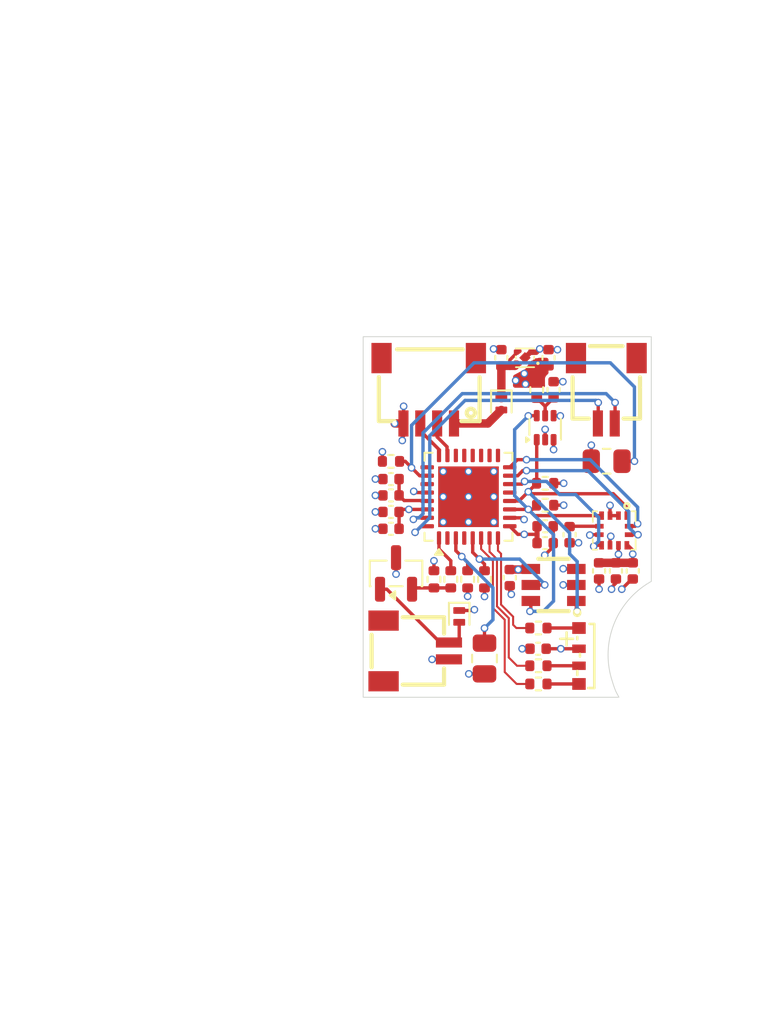
<source format=kicad_pcb>
(kicad_pcb (version 20241229) (generator "pcbnew") (generator_version "9.0")
  (layers (0 "F.Cu" signal) (4 "In1.Cu" signal) (6 "In2.Cu" signal) (2 "B.Cu" signal) (13 "F.Paste" user) (15 "B.Paste" user) (5 "F.SilkS" user "F.Silkscreen") (7 "B.SilkS" user "B.Silkscreen") (1 "F.Mask" user) (3 "B.Mask" user) (25 "Edge.Cuts" user))
  (net 0 "")
  (net 1 "Net-(U1-VDDCORE)")
  (net 2 "GND")
  (net 3 "+3V3")
  (net 4 "VBUS")
  (net 5 "Net-(U3-V+)")
  (net 6 "Net-(U5-C1)")
  (net 7 "/USB_D+")
  (net 8 "/USB_D-")
  (net 9 "Net-(LED1-G-)")
  (net 10 "Net-(LED1-R-)")
  (net 11 "Net-(LED1-B-)")
  (net 12 "Net-(D1-A)")
  (net 13 "/RESET")
  (net 14 "/LED_R")
  (net 15 "/LED_G")
  (net 16 "/LED_B")
  (net 17 "/VIB_SENS")
  (net 18 "/MAG_INT")
  (net 19 "/VIB_MOT")
  (net 26 "/SDA")
  (net 27 "/SWDIO")
  (net 28 "/SCL")
  (net 30 "/SWCLK")
  (net 33 "/IMU_INT2")
  (net 34 "/IMU_INT1")
  (net 35 "/IMU_INT_MAG")
  (net 38 "Net-(D2-A)")
  (net 39 "Net-(Q1-G)")
  (footprint "Resistor_SMD:R_0402_1005Metric" (layer "F.Cu") (at 145.45 60.4)
    (property "Reference" "R1" (hide yes))
    (property "Value" "10K")
  )
  (footprint "easyeda2kicad:X2SON-4_L1.0-W1.0-P0.65-TL-EP" (layer "F.Cu") (at 153.4 54.25 180)
    (property "Reference" "U2" (hide yes))
    (property "Value" "TLV75533PDQNR")
  )
  (footprint "Capacitor_SMD:C_0402_1005Metric" (layer "F.Cu") (at 154.6 64.249999)
    (property "Reference" "C6" (hide yes))
    (property "Value" "100nF")
  )
  (footprint "Resistor_SMD:R_0402_1005Metric" (layer "F.Cu") (at 154.6 61.7 180)
    (property "Reference" "R13" (hide yes))
    (property "Value" "5K")
  )
  (footprint "Capacitor_SMD:C_0402_1005Metric" (layer "F.Cu") (at 152 54.25 90)
    (property "Reference" "C7" (hide yes))
    (property "Value" "1uF")
  )
  (footprint "Capacitor_SMD:C_0402_1005Metric" (layer "F.Cu") (at 157.8 66.9 -90)
    (property "Reference" "C15" (hide yes))
    (property "Value" "10uF")
  )
  (footprint "Diode_SMD:D_SOD-882" (layer "F.Cu") (at 152 57 -90)
    (property "Reference" "D2" (hide yes))
    (property "Value" "BAT54L-TP")
  )
  (footprint "Capacitor_SMD:C_0402_1005Metric" (layer "F.Cu") (at 156.05 64.75 -90)
    (property "Reference" "C12" (hide yes))
    (property "Value" "220nF")
  )
  (footprint "Package_TO_SOT_SMD:SOT-563" (layer "F.Cu") (at 154.6 58.4 90)
    (property "Reference" "U3" (hide yes))
    (property "Value" "TMP112xxDRL")
  )
  (footprint "Package_TO_SOT_SMD:SOT-23" (layer "F.Cu") (at 145.75 67.05 90)
    (property "Reference" "Q1" (hide yes))
    (property "Value" "NMOS")
  )
  (footprint "easyeda2kicad:CONN-SMD_2P-P1.00_SM02B-SRSS-TB-LF-SN" (layer "F.Cu") (at 158.23 56.21 180)
    (property "Reference" "J2" (hide yes))
    (property "Value" "Conn_01x02_Socket")
  )
  (footprint "Package_DFN_QFN:QFN-32-1EP_5x5mm_P0.5mm_EP3.6x3.6mm" (layer "F.Cu") (at 150.05 62.5 90)
    (property "Reference" "U1" (hide yes))
    (property "Value" "ATSAMD21E18A-M")
  )
  (footprint "easyeda2kicad:CONN-SMD_2P-P1.00_SM02B-SRSS-TB-LF-SN" (layer "F.Cu") (at 146.95 71.65 -90)
    (property "Reference" "M1" (hide yes))
    (property "Value" "Vibration Motor")
  )
  (footprint "Capacitor_SMD:C_0402_1005Metric" (layer "F.Cu") (at 145.45 61.45 180)
    (property "Reference" "C2" (hide yes))
    (property "Value" "1uF")
  )
  (footprint "Capacitor_SMD:C_0402_1005Metric" (layer "F.Cu") (at 154.8 54.25 90)
    (property "Reference" "C8" (hide yes))
    (property "Value" "1uF")
  )
  (footprint "Capacitor_SMD:C_0402_1005Metric" (layer "F.Cu") (at 158.800001 66.9 -90)
    (property "Reference" "C14" (hide yes))
    (property "Value" "100nF")
  )
  (footprint "Resistor_SMD:R_0402_1005Metric" (layer "F.Cu") (at 150 67.4 90)
    (property "Reference" "R5" (hide yes))
    (property "Value" "10K")
  )
  (footprint "Resistor_SMD:R_0402_1005Metric" (layer "F.Cu") (at 148 67.4 90)
    (property "Reference" "R14" (hide yes))
    (property "Value" "5K")
  )
  (footprint "Capacitor_SMD:C_0402_1005Metric" (layer "F.Cu") (at 155.1 56.15 90)
    (property "Reference" "C10" (hide yes))
    (property "Value" "100nF")
  )
  (footprint "easyeda2kicad:SOT-23-6_L2.9-W1.6-P0.95-LS2.8-BR" (layer "F.Cu") (at 155.1 67.735)
    (property "Reference" "U4" (hide yes))
    (property "Value" "TMAG5273A1QDBVR")
  )
  (footprint "easyeda2kicad:CONN-SMD_4P-P1.00_SM04B-SRSS-TB-LF-SN" (layer "F.Cu") (at 147.69 56.21 180)
    (property "Reference" "J1" (hide yes))
    (property "Value" "USB")
  )
  (footprint "Resistor_SMD:R_0402_1005Metric" (layer "F.Cu") (at 151 67.4 90)
    (property "Reference" "R9" (hide yes))
    (property "Value" "5K")
  )
  (footprint "Capacitor_SMD:C_0402_1005Metric" (layer "F.Cu") (at 145.45 64.4 180)
    (property "Reference" "C3" (hide yes))
    (property "Value" "1uF")
  )
  (footprint "Capacitor_SMD:C_0402_1005Metric" (layer "F.Cu") (at 159.800001 66.9 -90)
    (property "Reference" "C13" (hide yes))
    (property "Value" "100nF")
  )
  (footprint "Resistor_SMD:R_0402_1005Metric" (layer "F.Cu") (at 154.1 56.15 -90)
    (property "Reference" "R6" (hide yes))
    (property "Value" "5K")
  )
  (footprint "easyeda2kicad:LED-SMD_4P-L3.8-W1.0_XL-3806RGBC-4L" (layer "F.Cu") (at 156.6075 71.95 90)
    (property "Reference" "LED1" (hide yes))
    (property "Value" "XL-3806RGBC-4L")
  )
  (footprint "Capacitor_SMD:C_0402_1005Metric" (layer "F.Cu") (at 152.5 67.3 -90)
    (property "Reference" "C11" (hide yes))
    (property "Value" "100nF")
  )
  (footprint "Resistor_SMD:R_0805_2012Metric" (layer "F.Cu") (at 158.25 60.39)
    (property "Reference" "SW1" (hide yes))
    (property "Value" "SW_Push")
  )
  (footprint "Resistor_SMD:R_0402_1005Metric" (layer "F.Cu") (at 154.2 70.29 180)
    (property "Reference" "R2" (hide yes))
    (property "Value" "470")
  )
  (footprint "Resistor_SMD:R_0805_2012Metric" (layer "F.Cu") (at 151 72.1 90)
    (property "Reference" "SW2" (hide yes))
    (property "Value" "Vibration Sensor (NO switch)")
  )
  (footprint "easyeda2kicad:LGA-12_L2.0-W2.0-P0.50-BL" (layer "F.Cu") (at 158.7 64.5 180)
    (property "Reference" "U5" (hide yes))
    (property "Value" "LSM303AGRTR")
  )
  (footprint "Capacitor_SMD:C_0402_1005Metric" (layer "F.Cu") (at 145.45 62.419848 180)
    (property "Reference" "C1" (hide yes))
    (property "Value" "100nF")
  )
  (footprint "Capacitor_SMD:C_0402_1005Metric" (layer "F.Cu") (at 154.6 65.25)
    (property "Reference" "C4" (hide yes))
    (property "Value" "1uF")
  )
  (footprint "Capacitor_SMD:C_0402_1005Metric" (layer "F.Cu") (at 145.45 63.4 180)
    (property "Reference" "C5" (hide yes))
    (property "Value" "100nF")
  )
  (footprint "Capacitor_SMD:C_0402_1005Metric" (layer "F.Cu") (at 154.18 71.52 180)
    (property "Reference" "C9" (hide yes))
    (property "Value" "1uF")
  )
  (footprint "Resistor_SMD:R_0402_1005Metric" (layer "F.Cu") (at 149 67.4 -90)
    (property "Reference" "R7" (hide yes))
    (property "Value" "220")
  )
  (footprint "Resistor_SMD:R_0402_1005Metric" (layer "F.Cu") (at 154.2 73.61 180)
    (property "Reference" "R4" (hide yes))
    (property "Value" "470")
  )
  (footprint "Resistor_SMD:R_0402_1005Metric" (layer "F.Cu") (at 154.2 72.53 180)
    (property "Reference" "R3" (hide yes))
    (property "Value" "470")
  )
  (footprint "Diode_SMD:D_SOD-882" (layer "F.Cu") (at 149.5 69.6 -90)
    (property "Reference" "D1" (hide yes))
    (property "Value" "BAT54L-TP")
  )
  (footprint "Resistor_SMD:R_0402_1005Metric" (layer "F.Cu") (at 154.6 63 180)
    (property "Reference" "R12" (hide yes))
    (property "Value" "5K")
  )
  (gr_poly (pts (xy 160.9 67.523269) (xy 160.805777 67.576006) (xy 160.635209 67.680647) (xy 160.468964 67.792029) (xy 160.307309 67.909974) (xy 160.150502 68.034291) (xy 159.998795 68.164783) (xy 159.85243 68.30124) (xy 159.711641 68.443444) (xy 159.576655 68.591167) (xy 159.447688 68.744172) (xy 159.324945 68.902215) (xy 159.208624 69.065042) (xy 159.098911 69.232393) (xy 158.995981 69.403999) (xy 158.9 69.579586) (xy 158.81112 69.758873) (xy 158.729485 69.941572) (xy 158.655225 70.127391) (xy 158.588459 70.316032) (xy 158.529294 70.507194) (xy 158.477825 70.70057) (xy 158.434133 70.89585) (xy 158.39829 71.092722) (xy 158.370352 71.29087) (xy 158.350365 71.489977) (xy 158.338359 71.689725) (xy 158.334356 71.889793) (xy 158.338359 72.089861) (xy 158.350365 72.289609) (xy 158.370352 72.488716) (xy 158.39829 72.686864) (xy 158.434133 72.883736) (xy 158.477825 73.079016) (xy 158.529294 73.272392) (xy 158.59 73.463554) (xy 158.65 73.66) (xy 158.72 73.86) (xy 158.8 74.06) (xy 158.98 74.4) (xy 143.8 74.4) (xy 143.8 53) (xy 160.9 53)) (stroke (width 0.05)) (fill no) (layer "Edge.Cuts"))
  (segment (start 147.6 62.75) (end 147.574 62.724) (width 0.2) (layer "F.Cu") (net 1))
  (segment (start 145.93 62.419848) (end 145.93 61.45) (width 0.2) (layer "F.Cu") (net 1))
  (segment (start 146.234152 62.724) (end 145.93 62.419848) (width 0.2) (layer "F.Cu") (net 1))
  (segment (start 147.574 62.724) (end 146.234152 62.724) (width 0.2) (layer "F.Cu") (net 1))
  (segment (start 153.83 53.93) (end 154.075 53.93) (width 0.3) (layer "F.Cu") (net 2))
  (segment (start 152.5 67.78) (end 152.5 68.2) (width 0.2) (layer "F.Cu") (net 2))
  (segment (start 148 66.890001) (end 148 66.3) (width 0.2) (layer "F.Cu") (net 2))
  (segment (start 157.8 67.38) (end 157.8 67.89) (width 0.2) (layer "F.Cu") (net 2))
  (segment (start 157.275 64.75) (end 157.25 64.775) (width 0.2) (layer "F.Cu") (net 2))
  (segment (start 158.45 65.38) (end 158.45 64.88987) (width 0.2) (layer "F.Cu") (net 2))
  (segment (start 155.1 55.67) (end 155.65 55.67) (width 0.2) (layer "F.Cu") (net 2))
  (segment (start 155.08 64.249999) (end 155.08 65.25) (width 0.2) (layer "F.Cu") (net 2))
  (segment (start 155.675 67.735) (end 155.67 67.73) (width 0.2) (layer "F.Cu") (net 2))
  (segment (start 157.82 64.75) (end 157.275 64.75) (width 0.2) (layer "F.Cu") (net 2))
  (segment (start 156.45 67.735) (end 155.675 67.735) (width 0.2) (layer "F.Cu") (net 2))
  (segment (start 153.4 54.25) (end 153.72 53.93) (width 0.3) (layer "F.Cu") (net 2))
  (segment (start 154.8 53.77) (end 155.33 53.77) (width 0.2) (layer "F.Cu") (net 2))
  (segment (start 145.75 66.112499) (end 145.75 67.09) (width 0.2) (layer "F.Cu") (net 2))
  (segment (start 147.6 62.25) (end 146.87 62.25) (width 0.2) (layer "F.Cu") (net 2))
  (segment (start 151.583219 53.77) (end 151.538219 53.725) (width 0.2) (layer "F.Cu") (net 2))
  (segment (start 144.97 62.419848) (end 144.525152 62.419848) (width 0.2) (layer "F.Cu") (net 2))
  (segment (start 152 53.77) (end 151.583219 53.77) (width 0.2) (layer "F.Cu") (net 2))
  (segment (start 155.1 57.6875) (end 155.4875 57.6875) (width 0.2) (layer "F.Cu") (net 2))
  (segment (start 146.19 58.15) (end 145.67 58.15) (width 0.5) (layer "F.Cu") (net 2))
  (segment (start 152.5 63.75) (end 153.249546 63.75) (width 0.2) (layer "F.Cu") (net 2))
  (segment (start 154.075 53.93) (end 154.28 53.725) (width 0.3) (layer "F.Cu") (net 2))
  (segment (start 146.87 62.25) (end 146.8 62.18) (width 0.2) (layer "F.Cu") (net 2))
  (segment (start 155.08 65.25) (end 155.08 65.465) (width 0.2) (layer "F.Cu") (net 2))
  (segment (start 144.97 61.45) (end 144.525 61.45) (width 0.2) (layer "F.Cu") (net 2))
  (segment (start 153.72 53.93) (end 153.83 53.93) (width 0.3) (layer "F.Cu") (net 2))
  (segment (start 155.08 65.465) (end 154.575 65.97) (width 0.2) (layer "F.Cu") (net 2))
  (segment (start 146.2 58.885) (end 146.2 57.94) (width 0.2) (layer "F.Cu") (net 2))
  (segment (start 153.7 71.52) (end 153.235 71.52) (width 0.2) (layer "F.Cu") (net 2))
  (segment (start 157.3375 59.4425) (end 157.34 59.44) (width 0.2) (layer "F.Cu") (net 2))
  (segment (start 144.97 64.4) (end 144.525 64.4) (width 0.2) (layer "F.Cu") (net 2))
  (segment (start 144.97 63.4) (end 144.525 63.4) (width 0.2) (layer "F.Cu") (net 2))
  (segment (start 159.147624 67.985913) (end 159.147624 67.981218) (width 0.2) (layer "F.Cu") (net 2))
  (segment (start 151 73.0125) (end 150.0725 73.0125) (width 0.2) (layer "F.Cu") (net 2))
  (segment (start 146.12 59.16) (end 146.12 58.965) (width 0.2) (layer "F.Cu") (net 2))
  (segment (start 159.147624 67.981218) (end 159.748842 67.38) (width 0.2) (layer "F.Cu") (net 2))
  (segment (start 156.45 66.785) (end 155.685 66.785) (width 0.2) (layer "F.Cu") (net 2))
  (segment (start 146.12 58.965) (end 146.2 58.885) (width 0.2) (layer "F.Cu") (net 2))
  (segment (start 144.525152 62.419848) (end 144.525 62.42) (width 0.2) (layer "F.Cu") (net 2))
  (segment (start 154.6 59.112501) (end 154.6 58.5) (width 0.2) (layer "F.Cu") (net 2))
  (segment (start 153.249546 63.75) (end 153.349225 63.849679) (width 0.2) (layer "F.Cu") (net 2))
  (segment (start 156.05 65.23) (end 156.58 65.23) (width 0.2) (layer "F.Cu") (net 2))
  (segment (start 158.800001 67.619999) (end 158.56 67.86) (width 0.2) (layer "F.Cu") (net 2))
  (segment (start 150.0725 73.0125) (end 150.07 73.01) (width 0.2) (layer "F.Cu") (net 2))
  (segment (start 155.4875 57.6875) (end 155.5 57.7) (width 0.2) (layer "F.Cu") (net 2))
  (segment (start 155.1 59.1125) (end 155.1 59.7) (width 0.2) (layer "F.Cu") (net 2))
  (segment (start 159.748842 67.38) (end 159.800001 67.38) (width 0.2) (layer "F.Cu") (net 2))
  (segment (start 155.685 66.785) (end 155.67 66.77) (width 0.2) (layer "F.Cu") (net 2))
  (segment (start 146.2 57.94) (end 146.2 57.13) (width 0.2) (layer "F.Cu") (net 2))
  (segment (start 158.45 64.88987) (end 158.493369 64.846501) (width 0.2) (layer "F.Cu") (net 2))
  (segment (start 158.800001 67.38) (end 158.800001 67.619999) (width 0.2) (layer "F.Cu") (net 2))
  (segment (start 157.3375 60.39) (end 157.3375 59.4425) (width 0.2) (layer "F.Cu") (net 2))
  (segment (start 152.5 68.2) (end 152.59 68.29) (width 0.2) (layer "F.Cu") (net 2))
  (via (at 148.55 64) (size 0.45) (drill 0.3) (layers "F.Cu" "B.Cu") (net 2))
  (via (at 153.235 71.52) (size 0.45) (drill 0.3) (layers "F.Cu" "B.Cu") (net 2))
  (via (at 144.525 61.45) (size 0.45) (drill 0.3) (layers "F.Cu" "B.Cu") (net 2))
  (via (at 155.1 59.7) (size 0.45) (drill 0.3) (layers "F.Cu" "B.Cu") (net 2))
  (via (at 152.59 68.29) (size 0.45) (drill 0.3) (layers "F.Cu" "B.Cu") (net 2))
  (via (at 158.54 67.985913) (size 0.45) (drill 0.3) (layers "F.Cu" "B.Cu") (net 2))
  (via (at 155.65 55.67) (size 0.45) (drill 0.3) (layers "F.Cu" "B.Cu") (net 2))
  (via (at 154.6 58.5) (size 0.45) (drill 0.3) (layers "F.Cu" "B.Cu") (net 2))
  (via (at 146.8 62.18) (size 0.45) (drill 0.3) (layers "F.Cu" "B.Cu") (net 2))
  (via (at 146.12 59.16) (size 0.45) (drill 0.3) (layers "F.Cu" "B.Cu") (net 2))
  (via (at 148.55 61) (size 0.45) (drill 0.3) (layers "F.Cu" "B.Cu") (net 2))
  (via (at 151.538219 53.725) (size 0.45) (drill 0.3) (layers "F.Cu" "B.Cu") (net 2))
  (via (at 144.525 64.4) (size 0.45) (drill 0.3) (layers "F.Cu" "B.Cu") (net 2))
  (via (at 150.05 64) (size 0.45) (drill 0.3) (layers "F.Cu" "B.Cu") (net 2))
  (via (at 145.75 67.09) (size 0.45) (drill 0.3) (layers "F.Cu" "B.Cu") (net 2))
  (via (at 146.2 57.13) (size 0.45) (drill 0.3) (layers "F.Cu" "B.Cu") (net 2))
  (via (at 145.67 58.15) (size 0.45) (drill 0.3) (layers "F.Cu" "B.Cu") (net 2))
  (via (at 154.28 53.725) (size 0.45) (drill 0.3) (layers "F.Cu" "B.Cu") (net 2))
  (via (at 154.575 65.97) (size 0.45) (drill 0.3) (layers "F.Cu" "B.Cu") (net 2))
  (via (at 156.58 65.23) (size 0.45) (drill 0.3) (layers "F.Cu" "B.Cu") (net 2))
  (via (at 151.55 61) (size 0.45) (drill 0.3) (layers "F.Cu" "B.Cu") (net 2))
  (via (at 155.5 57.7) (size 0.45) (drill 0.3) (layers "F.Cu" "B.Cu") (net 2))
  (via (at 157.25 64.775) (size 0.45) (drill 0.3) (layers "F.Cu" "B.Cu") (net 2))
  (via (at 155.67 66.77) (size 0.45) (drill 0.3) (layers "F.Cu" "B.Cu") (net 2))
  (via (at 150.05 62.5) (size 0.45) (drill 0.3) (layers "F.Cu" "B.Cu") (net 2))
  (via (at 155.33 53.77) (size 0.45) (drill 0.3) (layers "F.Cu" "B.Cu") (net 2))
  (via (at 150.07 73.01) (size 0.45) (drill 0.3) (layers "F.Cu" "B.Cu") (net 2))
  (via (at 148.55 62.5) (size 0.45) (drill 0.3) (layers "F.Cu" "B.Cu") (net 2))
  (via (at 148 66.3) (size 0.45) (drill 0.3) (layers "F.Cu" "B.Cu") (net 2))
  (via (at 157.34 59.44) (size 0.45) (drill 0.3) (layers "F.Cu" "B.Cu") (net 2))
  (via (at 153.349225 63.849679) (size 0.45) (drill 0.3) (layers "F.Cu" "B.Cu") (net 2))
  (via (at 144.525 62.42) (size 0.45) (drill 0.3) (layers "F.Cu" "B.Cu") (net 2))
  (via (at 155.67 67.73) (size 0.45) (drill 0.3) (layers "F.Cu" "B.Cu") (net 2))
  (via (at 159.147624 67.985913) (size 0.45) (drill 0.3) (layers "F.Cu" "B.Cu") (net 2))
  (via (at 151.55 62.5) (size 0.45) (drill 0.3) (layers "F.Cu" "B.Cu") (net 2))
  (via (at 158.493369 64.846501) (size 0.45) (drill 0.3) (layers "F.Cu" "B.Cu") (net 2))
  (via (at 150.05 61) (size 0.45) (drill 0.3) (layers "F.Cu" "B.Cu") (net 2))
  (via (at 151.55 64) (size 0.45) (drill 0.3) (layers "F.Cu" "B.Cu") (net 2))
  (via (at 157.8 67.985913) (size 0.45) (drill 0.3) (layers "F.Cu" "B.Cu") (net 2))
  (via (at 144.525 63.4) (size 0.45) (drill 0.3) (layers "F.Cu" "B.Cu") (net 2))
  (segment (start 144.94 60.4) (end 144.94 59.83) (width 0.2) (layer "F.Cu") (net 3))
  (segment (start 155.53 71.52) (end 154.66 71.52) (width 0.2) (layer "F.Cu") (net 3))
  (segment (start 151 67.909999) (end 151 68.42) (width 0.2) (layer "F.Cu") (net 3))
  (segment (start 156.6075 71.52) (end 155.53 71.52) (width 0.2) (layer "F.Cu") (net 3))
  (segment (start 159.8 65.67) (end 159.8 65.9) (width 0.2) (layer "F.Cu") (net 3))
  (segment (start 158.95 65.38) (end 158.95 65.91) (width 0.2) (layer "F.Cu") (net 3))
  (segment (start 158.45 63.62) (end 158.95 63.62) (width 0.2) (layer "F.Cu") (net 3))
  (segment (start 153 66.82) (end 153.715 66.82) (width 0.5) (layer "F.Cu") (net 3))
  (segment (start 154.12 65.25) (end 154.12 64.73) (width 0.3) (layer "F.Cu") (net 3))
  (segment (start 154.12 64.73) (end 154.12 64.249999) (width 0.3) (layer "F.Cu") (net 3))
  (segment (start 152.5 64.249999) (end 152.980001 64.73) (width 0.2) (layer "F.Cu") (net 3))
  (segment (start 154.1 55.14) (end 154.1 55.640001) (width 0.5) (layer "F.Cu") (net 3))
  (segment (start 158.45 63.62) (end 158.45 63.01) (width 0.2) (layer "F.Cu") (net 3))
  (segment (start 145.93 63.4) (end 145.93 64.4) (width 0.2) (layer "F.Cu") (net 3))
  (segment (start 159.8 65.9) (end 159.8 66.419999) (width 0.2) (layer "F.Cu") (net 3))
  (segment (start 146.51 63.25) (end 146.08 63.25) (width 0.2) (layer "F.Cu") (net 3))
  (segment (start 155.109999 63) (end 155.7 63) (width 0.2) (layer "F.Cu") (net 3))
  (segment (start 148.89 72.15) (end 147.89 72.15) (width 0.2) (layer "F.Cu") (net 3))
  (segment (start 155.109999 61.7) (end 155.7 61.7) (width 0.2) (layer "F.Cu") (net 3))
  (segment (start 158.95 65.91) (end 158.95 66.270001) (width 0.2) (layer "F.Cu") (net 3))
  (segment (start 159.45 65.38) (end 159.51 65.38) (width 0.2) (layer "F.Cu") (net 3))
  (segment (start 159.8 66.419999) (end 159.800001 66.42) (width 0.2) (layer "F.Cu") (net 3))
  (segment (start 153.36 64.73) (end 154.12 64.73) (width 0.2) (layer "F.Cu") (net 3))
  (segment (start 152.5 66.82) (end 153 66.82) (width 0.5) (layer "F.Cu") (net 3))
  (segment (start 153.715 66.82) (end 153.75 66.785) (width 0.5) (layer "F.Cu") (net 3))
  (segment (start 150 67.909999) (end 150 68.41) (width 0.2) (layer "F.Cu") (net 3))
  (segment (start 153.99 54.73) (end 154.33 54.73) (width 0.5) (layer "F.Cu") (net 3))
  (segment (start 154.1 54.84) (end 153.99 54.73) (width 0.5) (layer "F.Cu") (net 3))
  (segment (start 157.8 66.42) (end 159.800001 66.42) (width 0.5) (layer "F.Cu") (net 3))
  (segment (start 146.08 63.25) (end 145.93 63.4) (width 0.2) (layer "F.Cu") (net 3))
  (segment (start 154.33 54.73) (end 154.8 54.73) (width 0.5) (layer "F.Cu") (net 3))
  (segment (start 149.5 69.250001) (end 150.349999 69.250001) (width 0.2) (layer "F.Cu") (net 3))
  (segment (start 154.1 55.14) (end 154.1 54.84) (width 0.5) (layer "F.Cu") (net 3))
  (segment (start 159.51 65.38) (end 159.8 65.67) (width 0.2) (layer "F.Cu") (net 3))
  (segment (start 147.599999 63.25) (end 146.51 63.25) (width 0.2) (layer "F.Cu") (net 3))
  (segment (start 152.980001 64.73) (end 153.36 64.73) (width 0.2) (layer "F.Cu") (net 3))
  (segment (start 150.349999 69.250001) (end 150.4 69.2) (width 0.2) (layer "F.Cu") (net 3))
  (segment (start 158.95 66.270001) (end 158.800001 66.42) (width 0.2) (layer "F.Cu") (net 3))
  (via (at 159.8 65.9) (size 0.45) (drill 0.3) (layers "F.Cu" "B.Cu") (net 3))
  (via (at 152.85 55.6) (size 0.45) (drill 0.3) (layers "F.Cu" "B.Cu") (net 3))
  (via (at 155.53 71.52) (size 0.45) (drill 0.3) (layers "F.Cu" "B.Cu") (net 3))
  (via (at 150 68.41) (size 0.45) (drill 0.3) (layers "F.Cu" "B.Cu") (net 3))
  (via (at 155.7 61.7) (size 0.45) (drill 0.3) (layers "F.Cu" "B.Cu") (net 3))
  (via (at 144.94 59.83) (size 0.45) (drill 0.3) (layers "F.Cu" "B.Cu") (net 3))
  (via (at 153 66.82) (size 0.45) (drill 0.3) (layers "F.Cu" "B.Cu") (net 3))
  (via (at 153.362824 55.188618) (size 0.45) (drill 0.3) (layers "F.Cu" "B.Cu") (net 3))
  (via (at 158.45 63.01) (size 0.45) (drill 0.3) (layers "F.Cu" "B.Cu") (net 3))
  (via (at 147.89 72.15) (size 0.45) (drill 0.3) (layers "F.Cu" "B.Cu") (net 3))
  (via (at 150.4 69.2) (size 0.45) (drill 0.3) (layers "F.Cu" "B.Cu") (net 3))
  (via (at 153.36 64.73) (size 0.45) (drill 0.3) (layers "F.Cu" "B.Cu") (net 3))
  (via (at 155.7 63) (size 0.45) (drill 0.3) (layers "F.Cu" "B.Cu") (net 3))
  (via (at 151 68.42) (size 0.45) (drill 0.3) (layers "F.Cu" "B.Cu") (net 3))
  (via (at 153.43 55.81) (size 0.45) (drill 0.3) (layers "F.Cu" "B.Cu") (net 3))
  (via (at 146.51 63.25) (size 0.45) (drill 0.3) (layers "F.Cu" "B.Cu") (net 3))
  (via (at 158.95 65.91) (size 0.45) (drill 0.3) (layers "F.Cu" "B.Cu") (net 3))
  (segment (start 152.5 54.38491) (end 152.962455 53.922455) (width 0.2) (layer "F.Cu") (net 4))
  (segment (start 152 56.650001) (end 152 54.73) (width 0.5) (layer "F.Cu") (net 4))
  (segment (start 152.81 54.73) (end 152.856389 54.683611) (width 0.5) (layer "F.Cu") (net 4))
  (segment (start 152 54.73) (end 152.5 54.73) (width 0.5) (layer "F.Cu") (net 4))
  (segment (start 152.5 54.73) (end 152.5 54.38491) (width 0.2) (layer "F.Cu") (net 4))
  (segment (start 152.5 54.73) (end 152.81 54.73) (width 0.5) (layer "F.Cu") (net 4))
  (segment (start 154.129999 56.659999) (end 154.6 57.13) (width 0.2) (layer "F.Cu") (net 5))
  (segment (start 154.6 57.13) (end 154.6 57.687499) (width 0.2) (layer "F.Cu") (net 5))
  (segment (start 154.1 56.659999) (end 154.129999 56.659999) (width 0.2) (layer "F.Cu") (net 5))
  (segment (start 155.1 56.63) (end 154.6 57.13) (width 0.2) (layer "F.Cu") (net 5))
  (segment (start 156.07 64.25) (end 156.05 64.27) (width 0.2) (layer "F.Cu") (net 6))
  (segment (start 157.82 64.25) (end 156.07 64.25) (width 0.2) (layer "F.Cu") (net 6))
  (segment (start 148.325001 59.721491) (end 147.19 58.58649) (width 0.2) (layer "F.Cu") (net 7))
  (segment (start 147.19 58.58649) (end 147.19 58.15) (width 0.2) (layer "F.Cu") (net 7))
  (segment (start 147.19 57.95) (end 147.2 57.94) (width 0.2) (layer "F.Cu") (net 7))
  (segment (start 148.325001 59.75) (end 148.325001 59.721491) (width 0.2) (layer "F.Cu") (net 7))
  (segment (start 148.300001 59.775) (end 148.325001 59.75) (width 0.2) (layer "F.Cu") (net 7))
  (segment (start 148.300001 60.05) (end 148.300001 59.775) (width 0.2) (layer "F.Cu") (net 7))
  (segment (start 147.19 58.15) (end 147.19 57.95) (width 0.2) (layer "F.Cu") (net 7))
  (segment (start 148.8 59.775) (end 148.775 59.75) (width 0.2) (layer "F.Cu") (net 8))
  (segment (start 148.775 59.535094) (end 148.19 58.950094) (width 0.2) (layer "F.Cu") (net 8))
  (segment (start 148.19 58.950094) (end 148.19 57.95) (width 0.2) (layer "F.Cu") (net 8))
  (segment (start 148.8 60.05) (end 148.8 59.775) (width 0.2) (layer "F.Cu") (net 8))
  (segment (start 148.775 59.75) (end 148.775 59.535094) (width 0.2) (layer "F.Cu") (net 8))
  (segment (start 148.19 57.95) (end 148.2 57.94) (width 0.2) (layer "F.Cu") (net 8))
  (segment (start 154.709999 72.53) (end 156.6075 72.53) (width 0.2) (layer "F.Cu") (net 9))
  (segment (start 154.709999 70.29) (end 156.6075 70.29) (width 0.2) (layer "F.Cu") (net 10))
  (segment (start 154.709999 73.61) (end 156.6075 73.61) (width 0.2) (layer "F.Cu") (net 11))
  (segment (start 149.5 70.9) (end 149.5 69.949999) (width 0.2) (layer "F.Cu") (net 12))
  (segment (start 148.37 71.15) (end 148.89 71.15) (width 0.2) (layer "F.Cu") (net 12))
  (segment (start 145.2075 67.9875) (end 148.37 71.15) (width 0.2) (layer "F.Cu") (net 12))
  (segment (start 148.89 71.15) (end 149.25 71.15) (width 0.2) (layer "F.Cu") (net 12))
  (segment (start 149.25 71.15) (end 149.5 70.9) (width 0.2) (layer "F.Cu") (net 12))
  (segment (start 144.8 67.9875) (end 145.2075 67.9875) (width 0.2) (layer "F.Cu") (net 12))
  (segment (start 147.15 61.25) (end 146.3 60.4) (width 0.2) (layer "F.Cu") (net 13))
  (segment (start 146.3 60.4) (end 145.96 60.4) (width 0.2) (layer "F.Cu") (net 13))
  (segment (start 147.6 61.25) (end 147.15 61.25) (width 0.2) (layer "F.Cu") (net 13))
  (segment (start 159.1625 60.39) (end 159.9 60.39) (width 0.2) (layer "F.Cu") (net 13))
  (via (at 159.9 60.39) (size 0.45) (drill 0.3) (layers "F.Cu" "B.Cu") (net 13))
  (via (at 146.67 60.78) (size 0.45) (drill 0.3) (layers "F.Cu" "B.Cu") (net 13))
  (segment (start 159.9 55.98) (end 158.47 54.55) (width 0.2) (layer "B.Cu") (net 13))
  (segment (start 146.67 58.26) (end 146.67 60.78) (width 0.2) (layer "B.Cu") (net 13))
  (segment (start 150.38 54.55) (end 146.67 58.26) (width 0.2) (layer "B.Cu") (net 13))
  (segment (start 159.9 60.39) (end 159.9 55.98) (width 0.2) (layer "B.Cu") (net 13))
  (segment (start 158.47 54.55) (end 150.38 54.55) (width 0.2) (layer "B.Cu") (net 13))
  (segment (start 152.7 69.61835) (end 152.7 70.1) (width 0.12) (layer "F.Cu") (net 14))
  (segment (start 151.8 65.7) (end 151.799999 64.95) (width 0.12) (layer "F.Cu") (net 14))
  (segment (start 151.982 68.900348) (end 152.7 69.61835) (width 0.12) (layer "F.Cu") (net 14))
  (segment (start 152.89 70.29) (end 153.690001 70.29) (width 0.12) (layer "F.Cu") (net 14))
  (segment (start 151.982 68.900348) (end 151.982 65.882) (width 0.12) (layer "F.Cu") (net 14))
  (segment (start 151.982 65.882) (end 151.8 65.7) (width 0.12) (layer "F.Cu") (net 14))
  (segment (start 152.7 70.1) (end 152.89 70.29) (width 0.12) (layer "F.Cu") (net 14))
  (segment (start 151.741 69.000174) (end 152.441 69.700175) (width 0.12) (layer "F.Cu") (net 15))
  (segment (start 152.93 72.53) (end 153.690001 72.53) (width 0.12) (layer "F.Cu") (net 15))
  (segment (start 152.441 69.700175) (end 152.441 72.041) (width 0.12) (layer "F.Cu") (net 15))
  (segment (start 151.3 64.95) (end 151.3 65.76178) (width 0.12) (layer "F.Cu") (net 15))
  (segment (start 151.3 65.76178) (end 151.741 66.202781) (width 0.12) (layer "F.Cu") (net 15))
  (segment (start 152.441 72.041) (end 152.93 72.53) (width 0.12) (layer "F.Cu") (net 15))
  (segment (start 151.741 66.202781) (end 151.741 69.000174) (width 0.12) (layer "F.Cu") (net 15))
  (segment (start 152.2 72.9) (end 152.91 73.61) (width 0.12) (layer "F.Cu") (net 16))
  (segment (start 152.2 69.8) (end 152.2 72.9) (width 0.12) (layer "F.Cu") (net 16))
  (segment (start 151.5 66.302606) (end 151.5 69.1) (width 0.12) (layer "F.Cu") (net 16))
  (segment (start 150.8 64.950001) (end 150.8 65.602606) (width 0.12) (layer "F.Cu") (net 16))
  (segment (start 152.91 73.61) (end 153.690001 73.61) (width 0.12) (layer "F.Cu") (net 16))
  (segment (start 151.5 69.1) (end 152.2 69.8) (width 0.12) (layer "F.Cu") (net 16))
  (segment (start 150.8 65.602606) (end 151.5 66.302606) (width 0.12) (layer "F.Cu") (net 16))
  (segment (start 150 66.890001) (end 150 66.4) (width 0.2) (layer "F.Cu") (net 17))
  (segment (start 149.3 65.7) (end 149.3 64.950001) (width 0.2) (layer "F.Cu") (net 17))
  (segment (start 150 66.4) (end 149.3 65.7) (width 0.2) (layer "F.Cu") (net 17))
  (segment (start 151 71.1875) (end 151 70.3) (width 0.2) (layer "F.Cu") (net 17))
  (via (at 149.65 66.05) (size 0.45) (drill 0.3) (layers "F.Cu" "B.Cu") (net 17))
  (via (at 151 70.3) (size 0.45) (drill 0.3) (layers "F.Cu" "B.Cu") (net 17))
  (segment (start 149.65 66.05) (end 151.501 67.901) (width 0.2) (layer "B.Cu") (net 17))
  (segment (start 151 70.3) (end 151.501 69.799) (width 0.2) (layer "B.Cu") (net 17))
  (segment (start 151.501 69.799) (end 151.501 67.901) (width 0.2) (layer "B.Cu") (net 17))
  (segment (start 151 66.5) (end 150.7 66.2) (width 0.2) (layer "F.Cu") (net 18))
  (segment (start 150.3 64.95) (end 150.3 65.8) (width 0.2) (layer "F.Cu") (net 18))
  (segment (start 154.57 67.735) (end 154.575 67.73) (width 0.2) (layer "F.Cu") (net 18))
  (segment (start 153.75 67.735) (end 154.57 67.735) (width 0.2) (layer "F.Cu") (net 18))
  (segment (start 150.3 65.8) (end 150.7 66.2) (width 0.2) (layer "F.Cu") (net 18))
  (segment (start 151 66.890001) (end 151 66.5) (width 0.2) (layer "F.Cu") (net 18))
  (via (at 154.575 67.73) (size 0.45) (drill 0.3) (layers "F.Cu" "B.Cu") (net 18))
  (via (at 150.7 66.2) (size 0.45) (drill 0.3) (layers "F.Cu" "B.Cu") (net 18))
  (segment (start 154.575 67.686479) (end 153.088521 66.2) (width 0.2) (layer "B.Cu") (net 18))
  (segment (start 154.575 67.73) (end 154.575 67.686479) (width 0.2) (layer "B.Cu") (net 18))
  (segment (start 153.088521 66.2) (end 150.7 66.2) (width 0.2) (layer "B.Cu") (net 18))
  (segment (start 149 66.3) (end 149 66.890001) (width 0.2) (layer "F.Cu") (net 19))
  (segment (start 148.300001 64.95) (end 148.300001 65.600001) (width 0.2) (layer "F.Cu") (net 19))
  (segment (start 148.300001 65.600001) (end 149 66.3) (width 0.2) (layer "F.Cu") (net 19))
  (segment (start 153.97 63.62) (end 153.6 63.25) (width 0.2) (layer "F.Cu") (net 26))
  (segment (start 154.1 57.6875) (end 153.6125 57.6875) (width 0.2) (layer "F.Cu") (net 26))
  (segment (start 153.6 63.25) (end 152.500001 63.25) (width 0.2) (layer "F.Cu") (net 26))
  (segment (start 153.6125 57.6875) (end 153.6 57.7) (width 0.2) (layer "F.Cu") (net 26))
  (segment (start 153.75 69.25) (end 153.7 69.3) (width 0.2) (layer "F.Cu") (net 26))
  (segment (start 153.75 68.685) (end 153.75 69.25) (width 0.2) (layer "F.Cu") (net 26))
  (segment (start 157.95 63.62) (end 153.97 63.62) (width 0.2) (layer "F.Cu") (net 26))
  (segment (start 154.090001 63) (end 153.840001 63.25) (width 0.2) (layer "F.Cu") (net 26))
  (segment (start 153.840001 63.25) (end 153.6 63.25) (width 0.2) (layer "F.Cu") (net 26))
  (via (at 153.7 69.3) (size 0.45) (drill 0.3) (layers "F.Cu" "B.Cu") (net 26))
  (via (at 153.6 57.7) (size 0.45) (drill 0.3) (layers "F.Cu" "B.Cu") (net 26))
  (via (at 153.6 63.25) (size 0.45) (drill 0.3) (layers "F.Cu" "B.Cu") (net 26))
  (segment (start 155.1 64.75) (end 155.1 68.69) (width 0.2) (layer "B.Cu") (net 26))
  (segment (start 152.79 62.44) (end 153.6 63.25) (width 0.2) (layer "B.Cu") (net 26))
  (segment (start 153.6 57.7) (end 152.79 58.51) (width 0.2) (layer "B.Cu") (net 26))
  (segment (start 154.49 69.3) (end 153.7 69.3) (width 0.2) (layer "B.Cu") (net 26))
  (segment (start 153.57 63.28) (end 153.6 63.25) (width 0.2) (layer "B.Cu") (net 26))
  (segment (start 155.1 68.69) (end 154.49 69.3) (width 0.2) (layer "B.Cu") (net 26))
  (segment (start 152.79 58.51) (end 152.79 62.44) (width 0.2) (layer "B.Cu") (net 26))
  (segment (start 153.6 63.25) (end 155.1 64.75) (width 0.2) (layer "B.Cu") (net 26))
  (segment (start 147.240001 64.249999) (end 146.88 64.61) (width 0.2) (layer "F.Cu") (net 27))
  (segment (start 147.6 64.249999) (end 147.240001 64.249999) (width 0.2) (layer "F.Cu") (net 27))
  (segment (start 157.75 57.94) (end 157.75 56.91) (width 0.2) (layer "F.Cu") (net 27))
  (via (at 157.75 56.91) (size 0.45) (drill 0.3) (layers "F.Cu" "B.Cu") (net 27))
  (via (at 146.88 64.61) (size 0.45) (drill 0.3) (layers "F.Cu" "B.Cu") (net 27))
  (segment (start 157.621 56.781) (end 149.8461 56.781) (width 0.2) (layer "B.Cu") (net 27))
  (segment (start 157.75 56.91) (end 157.621 56.781) (width 0.2) (layer "B.Cu") (net 27))
  (segment (start 147.751 63.739) (end 146.88 64.61) (width 0.2) (layer "B.Cu") (net 27))
  (segment (start 149.8461 56.781) (end 147.751 58.8761) (width 0.2) (layer "B.Cu") (net 27))
  (segment (start 147.751 58.8761) (end 147.751 63.739) (width 0.2) (layer "B.Cu") (net 27))
  (segment (start 154.090001 61.7) (end 154.090001 61.709999) (width 0.2) (layer "F.Cu") (net 28))
  (segment (start 152.5 62.75) (end 153.05 62.75) (width 0.2) (layer "F.Cu") (net 28))
  (segment (start 159.45 63.128) (end 158.643 62.321) (width 0.2) (layer "F.Cu") (net 28))
  (segment (start 153.721 62.321) (end 153.6 62.2) (width 0.2) (layer "F.Cu") (net 28))
  (segment (start 153.05 62.75) (end 153.6 62.2) (width 0.2) (layer "F.Cu") (net 28))
  (segment (start 154.1 59.1125) (end 154.1 61.690001) (width 0.2) (layer "F.Cu") (net 28))
  (segment (start 154.1 61.690001) (end 154.090001 61.7) (width 0.2) (layer "F.Cu") (net 28))
  (segment (start 158.643 62.321) (end 153.721 62.321) (width 0.2) (layer "F.Cu") (net 28))
  (segment (start 154.090001 61.709999) (end 153.6 62.2) (width 0.2) (layer "F.Cu") (net 28))
  (segment (start 156.45 69.25) (end 156.5 69.3) (width 0.2) (layer "F.Cu") (net 28))
  (segment (start 159.45 63.62) (end 159.45 63.128) (width 0.2) (layer "F.Cu") (net 28))
  (segment (start 156.45 68.685) (end 156.45 69.25) (width 0.2) (layer "F.Cu") (net 28))
  (via (at 153.6 62.2) (size 0.45) (drill 0.3) (layers "F.Cu" "B.Cu") (net 28))
  (via (at 156.5 69.3) (size 0.45) (drill 0.3) (layers "F.Cu" "B.Cu") (net 28))
  (segment (start 156.054 65.894) (end 156.5 66.34) (width 0.2) (layer "B.Cu") (net 28))
  (segment (start 153.6 62.2) (end 156.054 64.654) (width 0.2) (layer "B.Cu") (net 28))
  (segment (start 156.5 66.34) (end 156.5 69.3) (width 0.2) (layer "B.Cu") (net 28))
  (segment (start 156.054 64.654) (end 156.054 65.894) (width 0.2) (layer "B.Cu") (net 28))
  (segment (start 147.6 63.75) (end 146.871138 63.75) (width 0.2) (layer "F.Cu") (net 30))
  (segment (start 158.75 57.94) (end 158.75 56.91) (width 0.2) (layer "F.Cu") (net 30))
  (segment (start 146.871138 63.75) (end 146.779754 63.841384) (width 0.2) (layer "F.Cu") (net 30))
  (via (at 158.75 56.91) (size 0.45) (drill 0.3) (layers "F.Cu" "B.Cu") (net 30))
  (via (at 146.779754 63.841384) (size 0.45) (drill 0.3) (layers "F.Cu" "B.Cu") (net 30))
  (segment (start 146.828616 63.841384) (end 146.779754 63.841384) (width 0.2) (layer "B.Cu") (net 30))
  (segment (start 146.92 63.75) (end 146.828616 63.841384) (width 0.2) (layer "B.Cu") (net 30))
  (segment (start 147.35 58.71) (end 147.35 63.51) (width 0.2) (layer "B.Cu") (net 30))
  (segment (start 147.11 63.75) (end 146.92 63.75) (width 0.2) (layer "B.Cu") (net 30))
  (segment (start 147.35 63.51) (end 147.11 63.75) (width 0.2) (layer "B.Cu") (net 30))
  (segment (start 158.22 56.38) (end 149.68 56.38) (width 0.2) (layer "B.Cu") (net 30))
  (segment (start 158.75 56.91) (end 158.22 56.38) (width 0.2) (layer "B.Cu") (net 30))
  (segment (start 149.68 56.38) (end 147.35 58.71) (width 0.2) (layer "B.Cu") (net 30))
  (segment (start 152.5 61.25) (end 152.973122 61.25) (width 0.2) (layer "F.Cu") (net 33))
  (segment (start 152.973122 61.25) (end 153.273908 60.949214) (width 0.2) (layer "F.Cu") (net 33))
  (segment (start 159.58 64.75) (end 160.11 64.75) (width 0.2) (layer "F.Cu") (net 33))
  (segment (start 153.273908 60.949214) (end 153.491922 60.949214) (width 0.2) (layer "F.Cu") (net 33))
  (via (at 153.491922 60.949214) (size 0.45) (drill 0.3) (layers "F.Cu" "B.Cu") (net 33))
  (via (at 160.11 64.75) (size 0.45) (drill 0.3) (layers "F.Cu" "B.Cu") (net 33))
  (segment (start 159.564 64.317877) (end 159.996123 64.75) (width 0.2) (layer "B.Cu") (net 33))
  (segment (start 153.492708 60.95) (end 157.133877 60.95) (width 0.2) (layer "B.Cu") (net 33))
  (segment (start 153.491922 60.949214) (end 153.492708 60.95) (width 0.2) (layer "B.Cu") (net 33))
  (segment (start 159.996123 64.75) (end 160.11 64.75) (width 0.2) (layer "B.Cu") (net 33))
  (segment (start 157.133877 60.95) (end 159.564 63.380123) (width 0.2) (layer "B.Cu") (net 33))
  (segment (start 159.564 63.380123) (end 159.564 64.317877) (width 0.2) (layer "B.Cu") (net 33))
  (segment (start 152.5 60.750001) (end 152.950676 60.299325) (width 0.2) (layer "F.Cu") (net 34))
  (segment (start 152.950676 60.299325) (end 153.491922 60.299325) (width 0.2) (layer "F.Cu") (net 34))
  (segment (start 159.58 64.25) (end 159.94 64.25) (width 0.2) (layer "F.Cu") (net 34))
  (segment (start 159.94 64.25) (end 160.09 64.1) (width 0.2) (layer "F.Cu") (net 34))
  (via (at 153.491922 60.299325) (size 0.45) (drill 0.3) (layers "F.Cu" "B.Cu") (net 34))
  (via (at 160.09 64.1) (size 0.45) (drill 0.3) (layers "F.Cu" "B.Cu") (net 34))
  (segment (start 160.09 63.12) (end 160.09 64.1) (width 0.2) (layer "B.Cu") (net 34))
  (segment (start 157.269325 60.299325) (end 160.09 63.12) (width 0.2) (layer "B.Cu") (net 34))
  (segment (start 153.479801 60.299325) (end 157.269325 60.299325) (width 0.2) (layer "B.Cu") (net 34))
  (segment (start 157.54 65.38) (end 157.48 65.44) (width 0.2) (layer "F.Cu") (net 35))
  (segment (start 153.216999 61.75) (end 153.377867 61.589132) (width 0.2) (layer "F.Cu") (net 35))
  (segment (start 157.95 65.38) (end 157.54 65.38) (width 0.2) (layer "F.Cu") (net 35))
  (segment (start 152.500001 61.75) (end 153.216999 61.75) (width 0.2) (layer "F.Cu") (net 35))
  (via (at 157.48 65.44) (size 0.45) (drill 0.3) (layers "F.Cu" "B.Cu") (net 35))
  (via (at 153.377867 61.589132) (size 0.45) (drill 0.3) (layers "F.Cu" "B.Cu") (net 35))
  (segment (start 156.41 62.37) (end 157.776 63.736) (width 0.2) (layer "B.Cu") (net 35))
  (segment (start 155.46 62.37) (end 156.41 62.37) (width 0.2) (layer "B.Cu") (net 35))
  (segment (start 153.377867 61.589132) (end 154.679132 61.589132) (width 0.2) (layer "B.Cu") (net 35))
  (segment (start 154.679132 61.589132) (end 155.46 62.37) (width 0.2) (layer "B.Cu") (net 35))
  (segment (start 157.776 63.736) (end 157.776 65.144) (width 0.2) (layer "B.Cu") (net 35))
  (segment (start 157.776 65.144) (end 157.48 65.44) (width 0.2) (layer "B.Cu") (net 35))
  (segment (start 151.199999 58.15) (end 152 57.349999) (width 0.5) (layer "F.Cu") (net 38))
  (segment (start 149.19 58.15) (end 151.199999 58.15) (width 0.5) (layer "F.Cu") (net 38))
  (segment (start 146.777501 67.909999) (end 146.7 67.9875) (width 0.2) (layer "F.Cu") (net 39))
  (segment (start 149 67.909999) (end 146.777501 67.909999) (width 0.2) (layer "F.Cu") (net 39))
  (zone (net 3) (net_name "+3V3") (layer "F.Cu") (priority 2) (connect_pads yes (clearance 0.2)) (min_thickness 0.25) (fill yes (thermal_gap 0.5) (thermal_bridge_width 0.5))
    (polygon (pts (xy 154.8 54.25) (xy 153.92 54.25) (xy 153.45 54.66) (xy 153.45 54.9) (xy 152.7 55.3) (xy 152.69 56.03) (xy 154.8 56.03)))
  )
)
</source>
